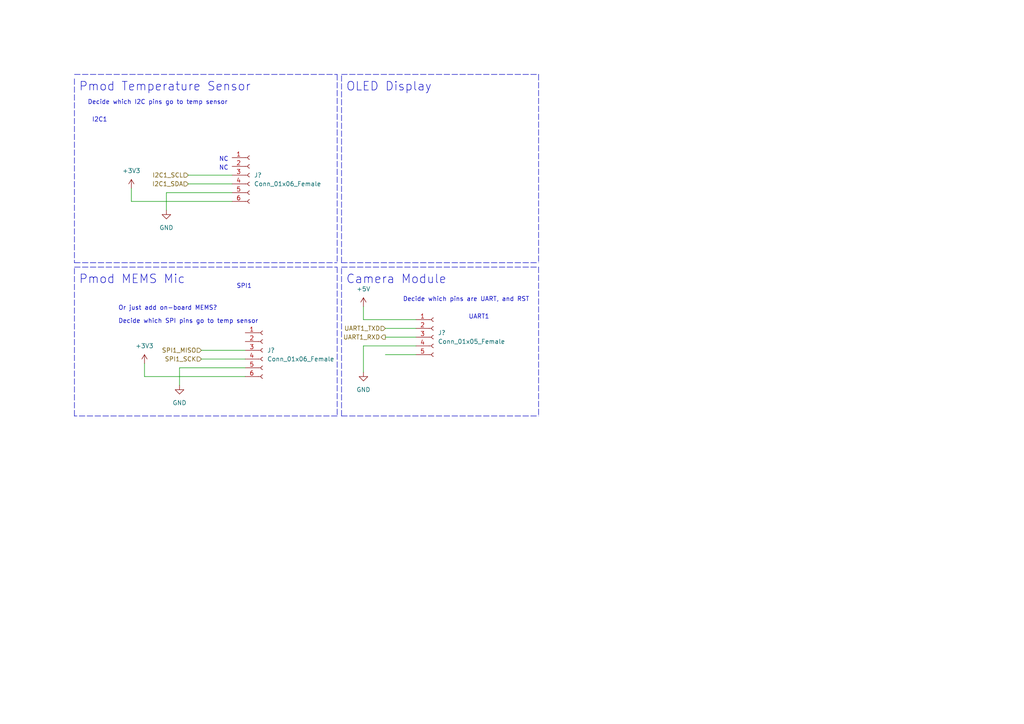
<source format=kicad_sch>
(kicad_sch (version 20211123) (generator eeschema)
  (paper "A4")
  (lib_symbols
    (symbol "Connector:Conn_01x05_Female" (pin_names (offset 1.016) hide)
      (property "Reference" "J" (at 0 7.62 0))
      (property "Value" "Conn_01x05_Female" (at 0 -7.62 0))
      (symbol "Conn_01x05_Female_1_1"
        (arc (start 0 -4.572) (mid -0.508 -5.08) (end 0 -5.588) (stroke (width 0.1524)))
        (arc (start 0 -2.032) (mid -0.508 -2.54) (end 0 -3.048) (stroke (width 0.1524)))
        (polyline (pts (xy -1.27 -5.08) (xy -0.508 -5.08)) (stroke (width 0.1524)))
        (polyline (pts (xy -1.27 -2.54) (xy -0.508 -2.54)) (stroke (width 0.1524)))
        (polyline (pts (xy -1.27 0) (xy -0.508 0)) (stroke (width 0.1524)))
        (polyline (pts (xy -1.27 2.54) (xy -0.508 2.54)) (stroke (width 0.1524)))
        (polyline (pts (xy -1.27 5.08) (xy -0.508 5.08)) (stroke (width 0.1524)))
        (arc (start 0 0.508) (mid -0.508 0) (end 0 -0.508) (stroke (width 0.1524)))
        (arc (start 0 3.048) (mid -0.508 2.54) (end 0 2.032) (stroke (width 0.1524)))
        (arc (start 0 5.588) (mid -0.508 5.08) (end 0 4.572) (stroke (width 0.1524)))
        (pin passive line (at -5.08 5.08 0) (length 3.81) (name "Pin_1") (number "1"))
        (pin passive line (at -5.08 2.54 0) (length 3.81) (name "Pin_2") (number "2"))
        (pin passive line (at -5.08 0 0) (length 3.81) (name "Pin_3") (number "3"))
        (pin passive line (at -5.08 -2.54 0) (length 3.81) (name "Pin_4") (number "4"))
        (pin passive line (at -5.08 -5.08 0) (length 3.81) (name "Pin_5") (number "5"))
      )
    )
    (symbol "Connector:Conn_01x06_Female" (pin_names (offset 1.016) hide)
      (property "Reference" "J" (at 0 7.62 0))
      (property "Value" "Conn_01x06_Female" (at 0 -10.16 0))
      (symbol "Conn_01x06_Female_1_1"
        (arc (start 0 -7.112) (mid -0.508 -7.62) (end 0 -8.128) (stroke (width 0.1524)))
        (arc (start 0 -4.572) (mid -0.508 -5.08) (end 0 -5.588) (stroke (width 0.1524)))
        (arc (start 0 -2.032) (mid -0.508 -2.54) (end 0 -3.048) (stroke (width 0.1524)))
        (polyline (pts (xy -1.27 -7.62) (xy -0.508 -7.62)) (stroke (width 0.1524)))
        (polyline (pts (xy -1.27 -5.08) (xy -0.508 -5.08)) (stroke (width 0.1524)))
        (polyline (pts (xy -1.27 -2.54) (xy -0.508 -2.54)) (stroke (width 0.1524)))
        (polyline (pts (xy -1.27 0) (xy -0.508 0)) (stroke (width 0.1524)))
        (polyline (pts (xy -1.27 2.54) (xy -0.508 2.54)) (stroke (width 0.1524)))
        (polyline (pts (xy -1.27 5.08) (xy -0.508 5.08)) (stroke (width 0.1524)))
        (arc (start 0 0.508) (mid -0.508 0) (end 0 -0.508) (stroke (width 0.1524)))
        (arc (start 0 3.048) (mid -0.508 2.54) (end 0 2.032) (stroke (width 0.1524)))
        (arc (start 0 5.588) (mid -0.508 5.08) (end 0 4.572) (stroke (width 0.1524)))
        (pin passive line (at -5.08 5.08 0) (length 3.81) (name "Pin_1") (number "1"))
        (pin passive line (at -5.08 2.54 0) (length 3.81) (name "Pin_2") (number "2"))
        (pin passive line (at -5.08 0 0) (length 3.81) (name "Pin_3") (number "3"))
        (pin passive line (at -5.08 -2.54 0) (length 3.81) (name "Pin_4") (number "4"))
        (pin passive line (at -5.08 -5.08 0) (length 3.81) (name "Pin_5") (number "5"))
        (pin passive line (at -5.08 -7.62 0) (length 3.81) (name "Pin_6") (number "6"))
      )
    )
    (symbol "power:+3.3V" (power) (pin_names (offset 0))
      (property "Value" "+3.3V" (at 0 3.556 0))
      (symbol "+3.3V_0_1"
        (polyline (pts (xy -0.762 1.27) (xy 0 2.54)))
        (polyline (pts (xy 0 0) (xy 0 2.54)))
        (polyline (pts (xy 0 2.54) (xy 0.762 1.27)))
      )
      (symbol "+3.3V_1_1"
        (pin power_in line (at 0 0 90) (length 0) hide (name "+3V3") (number "1"))
      )
    )
    (symbol "power:+5V" (power) (pin_names (offset 0))
      (property "Value" "+5V" (at 0 3.556 0))
      (symbol "+5V_0_1"
        (polyline (pts (xy -0.762 1.27) (xy 0 2.54)))
        (polyline (pts (xy 0 0) (xy 0 2.54)))
        (polyline (pts (xy 0 2.54) (xy 0.762 1.27)))
      )
      (symbol "+5V_1_1"
        (pin power_in line (at 0 0 90) (length 0) hide (name "+5V") (number "1"))
      )
    )
    (symbol "power:GND" (power) (pin_names (offset 0))
      (property "Value" "GND" (at 0 -3.81 0))
      (symbol "GND_0_1"
        (polyline (pts (xy 0 0) (xy 0 -1.27) (xy 1.27 -1.27) (xy 0 -2.54) (xy -1.27 -1.27) (xy 0 -1.27)))
      )
      (symbol "GND_1_1"
        (pin power_in line (at 0 0 270) (length 0) hide (name "GND") (number "1"))
      )
    )
  )
  (polyline (pts (xy 97.79 21.59) (xy 97.79 76.2)))
  (wire (pts (xy 52.07 106.68) (xy 52.07 111.76)))
  (wire (pts (xy 105.41 100.33) (xy 105.41 107.95)))
  (polyline (pts (xy 97.79 77.47) (xy 97.79 120.65)))
  (polyline (pts (xy 156.21 21.59) (xy 156.21 76.2)))
  (polyline (pts (xy 99.06 76.2) (xy 156.21 76.2)))
  (wire (pts (xy 105.41 88.9) (xy 105.41 92.71)))
  (wire (pts (xy 38.1 58.42) (xy 67.31 58.42)))
  (polyline (pts (xy 99.06 120.65) (xy 156.21 120.65)))
  (polyline (pts (xy 21.59 22.86) (xy 21.59 76.2)))
  (wire (pts (xy 111.76 95.25) (xy 120.65 95.25)))
  (polyline (pts (xy 21.59 21.59) (xy 97.79 21.59)))
  (polyline (pts (xy 99.06 77.47) (xy 156.21 77.47)))
  (polyline (pts (xy 99.06 76.2) (xy 99.06 21.59)))
  (polyline (pts (xy 156.21 77.47) (xy 156.21 120.65)))
  (wire (pts (xy 120.65 100.33) (xy 105.41 100.33)))
  (wire (pts (xy 105.41 92.71) (xy 120.65 92.71)))
  (wire (pts (xy 41.91 109.22) (xy 71.12 109.22)))
  (wire (pts (xy 48.26 55.88) (xy 48.26 60.96)))
  (wire (pts (xy 111.76 97.79) (xy 120.65 97.79)))
  (wire (pts (xy 48.26 55.88) (xy 67.31 55.88)))
  (wire (pts (xy 54.61 53.34) (xy 67.31 53.34)))
  (polyline (pts (xy 99.06 21.59) (xy 156.21 21.59)))
  (wire (pts (xy 111.76 102.87) (xy 120.65 102.87)))
  (polyline (pts (xy 21.59 77.47) (xy 97.79 77.47)))
  (wire (pts (xy 54.61 50.8) (xy 67.31 50.8)))
  (wire (pts (xy 58.42 104.14) (xy 71.12 104.14)))
  (wire (pts (xy 38.1 54.61) (xy 38.1 58.42)))
  (polyline (pts (xy 21.59 120.65) (xy 21.59 77.47)))
  (polyline (pts (xy 97.79 120.65) (xy 21.59 120.65)))
  (polyline (pts (xy 21.59 76.2) (xy 97.79 76.2)))
  (wire (pts (xy 58.42 101.6) (xy 71.12 101.6)))
  (wire (pts (xy 41.91 105.41) (xy 41.91 109.22)))
  (wire (pts (xy 52.07 106.68) (xy 71.12 106.68)))
  (polyline (pts (xy 99.06 120.65) (xy 99.06 77.47)))
  (text "Decide which I2C pins go to temp sensor\n" (at 25.4 30.48 0) (effects (font (size 1.27 1.27)) (justify left bottom)))
  (text "Decide which SPI pins go to temp sensor\n" (at 34.29 93.98 0) (effects (font (size 1.27 1.27)) (justify left bottom)))
  (text "NC" (at 63.5 46.99 0) (effects (font (size 1.27 1.27)) (justify left bottom)))
  (text "NC" (at 63.5 49.53 0) (effects (font (size 1.27 1.27)) (justify left bottom)))
  (text "Pmod MEMS Mic\n" (at 22.86 82.55 0) (effects (font (size 2.5 2.5)) (justify left bottom)))
  (text "Or just add on-board MEMS? " (at 34.29 90.17 0) (effects (font (size 1.27 1.27)) (justify left bottom)))
  (text "SPI1" (at 68.58 83.82 0) (effects (font (size 1.27 1.27)) (justify left bottom)))
  (text "UART1" (at 135.89 92.71 0) (effects (font (size 1.27 1.27)) (justify left bottom)))
  (text "Camera Module\n" (at 100.33 82.55 0) (effects (font (size 2.5 2.5)) (justify left bottom)))
  (text "Pmod Temperature Sensor" (at 22.86 26.67 0) (effects (font (size 2.5 2.5)) (justify left bottom)))
  (text "OLED Display\n" (at 100.33 26.67 0) (effects (font (size 2.5 2.5)) (justify left bottom)))
  (text "Decide which pins are UART, and RST\n" (at 116.84 87.63 0) (effects (font (size 1.27 1.27)) (justify left bottom)))
  (text "I2C1" (at 26.67 35.56 0) (effects (font (size 1.27 1.27)) (justify left bottom)))
  (hierarchical_label "I2C1_SCL" (shape input) (at 54.61 50.8 180))
  (hierarchical_label "SPI1_MISO" (shape input) (at 58.42 101.6 180))
  (hierarchical_label "I2C1_SDA" (shape input) (at 54.61 53.34 180))
  (hierarchical_label "UART1_RXD" (shape output) (at 111.76 97.79 180))
  (hierarchical_label "SPI1_SCK" (shape input) (at 58.42 104.14 180))
  (hierarchical_label "UART1_TXD" (shape input) (at 111.76 95.25 180))
  (symbol (lib_id "Connector:Conn_01x06_Female") (at 76.2 101.6 0) (unit 1)
    (property "Reference" "J?" (at 77.47 101.5999 0) (effects (justify left)))
    (property "Value" "Conn_01x06_Female" (at 77.47 104.1399 0) (effects (justify left)))
  )
  (symbol (lib_id "power:+5V") (at 105.41 88.9 0) (unit 1)
    (property "Reference" "#PWR?" (effects hide))
    (property "Value" "+5V" (at 105.41 83.82 0))
  )
  (symbol (lib_id "Connector:Conn_01x05_Female") (at 125.73 97.79 0) (unit 1)
    (property "Reference" "J?" (at 127 96.5199 0) (effects (justify left)))
    (property "Value" "Conn_01x05_Female" (at 127 99.0599 0) (effects (justify left)))
  )
  (symbol (lib_id "power:GND") (at 52.07 111.76 0) (unit 1)
    (property "Reference" "#PWR?" (effects hide))
    (property "Value" "GND" (at 52.07 116.84 0))
  )
  (symbol (lib_id "power:+3.3V") (at 41.91 105.41 0) (unit 1)
    (property "Reference" "#PWR?" (effects hide))
    (property "Value" "+3.3V" (at 41.91 100.33 0))
  )
  (symbol (lib_id "power:GND") (at 105.41 107.95 0) (unit 1)
    (property "Reference" "#PWR?" (effects hide))
    (property "Value" "GND" (at 105.41 113.03 0))
  )
  (symbol (lib_id "power:GND") (at 48.26 60.96 0) (unit 1)
    (property "Reference" "#PWR?" (effects hide))
    (property "Value" "GND" (at 48.26 66.04 0))
  )
  (symbol (lib_id "Connector:Conn_01x06_Female") (at 72.39 50.8 0) (unit 1)
    (property "Reference" "J?" (at 73.66 50.7999 0) (effects (justify left)))
    (property "Value" "Conn_01x06_Female" (at 73.66 53.3399 0) (effects (justify left)))
  )
  (symbol (lib_id "power:+3.3V") (at 38.1 54.61 0) (unit 1)
    (property "Reference" "#PWR?" (effects hide))
    (property "Value" "+3.3V" (at 38.1 49.53 0))
  )
)
</source>
